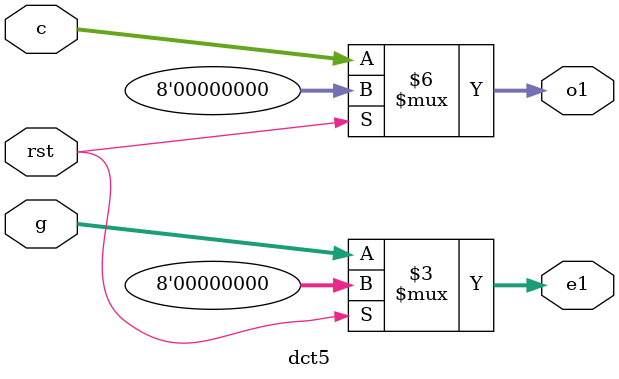
<source format=v>
`timescale 1ns / 1ps
module dct5(
input [7:0] c,g, 
input rst,
output reg [7:0] o1,output reg [7:0] e1 
);
always@(c,g,rst)
begin
  if(rst)
  begin 
   o1<=0;
	e1<=0;
	end
else 
  begin
   o1<=c;
   e1<=g;
end
end
endmodule


</source>
